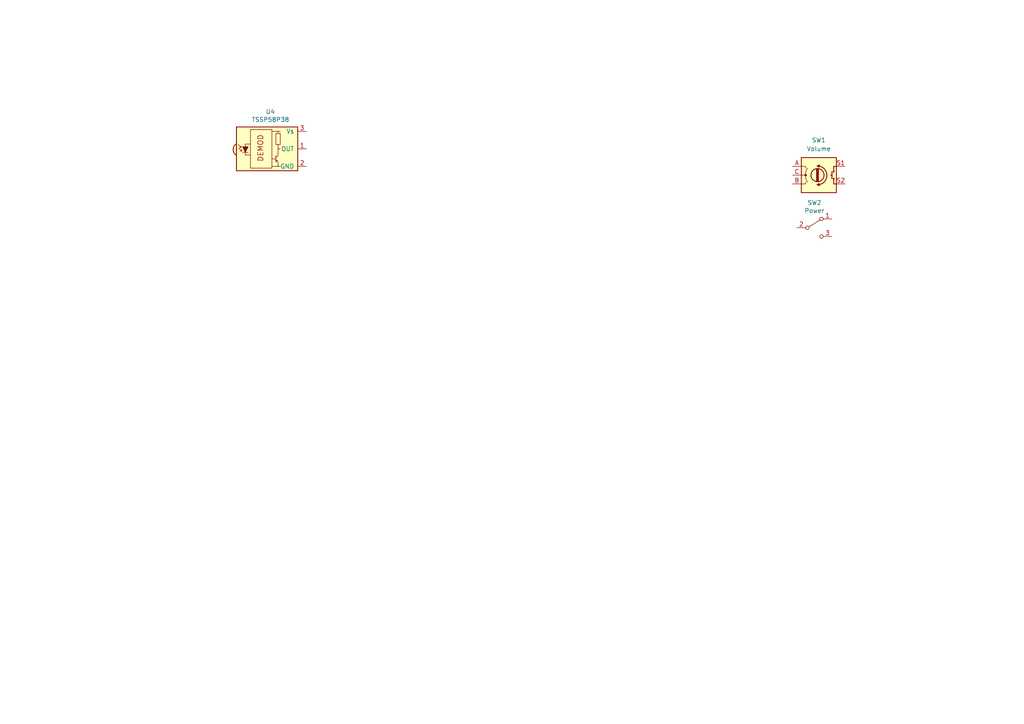
<source format=kicad_sch>
(kicad_sch (version 20201015) (generator eeschema)
  (page 1 7)
  (paper "A4")
  (lib_symbols
    (symbol "Device:RotaryEncoder_Switch" (pin_names (offset 0.254) hide)
      (property "Reference" "SW" (at 0 6.604 0))
      (property "Value" "RotaryEncoder_Switch" (at 0 -6.604 0))
      (symbol "RotaryEncoder_Switch_0_1"
        (arc (start -0.381 -2.794) (end -0.381 2.667) (radius (at -0.381 -0.0508) (length 2.7432) (angles -89.9 89.9)) (stroke (width 0.254)))
        (circle (center -3.81 0) (radius 0.254) (fill (type outline)))
        (circle (center -0.381 0) (radius 1.905) (stroke (width 0.254)))
        (circle (center 4.318 -1.016) (radius 0.127) (stroke (width 0.254)))
        (circle (center 4.318 1.016) (radius 0.127) (stroke (width 0.254)))
        (rectangle (start -5.08 5.08) (end 5.08 -5.08) (stroke (width 0.254)) (fill (type background)))
        (polyline (pts (xy -0.635 -1.778) (xy -0.635 1.778)) (stroke (width 0.254)))
        (polyline (pts (xy -0.381 -1.778) (xy -0.381 1.778)) (stroke (width 0.254)))
        (polyline (pts (xy -0.127 1.778) (xy -0.127 -1.778)) (stroke (width 0.254)))
        (polyline (pts (xy 3.81 0) (xy 3.429 0)) (stroke (width 0.254)))
        (polyline (pts (xy 3.81 1.016) (xy 3.81 -1.016)) (stroke (width 0.254)))
        (polyline (pts (xy -5.08 -2.54) (xy -3.81 -2.54) (xy -3.81 -2.032)))
        (polyline (pts (xy -5.08 2.54) (xy -3.81 2.54) (xy -3.81 2.032)))
        (polyline (pts (xy 0.254 -3.048) (xy -0.508 -2.794) (xy 0.127 -2.413)) (stroke (width 0.254)))
        (polyline (pts (xy 0.254 2.921) (xy -0.508 2.667) (xy 0.127 2.286)) (stroke (width 0.254)))
        (polyline (pts (xy 5.08 -2.54) (xy 4.318 -2.54) (xy 4.318 -1.016)) (stroke (width 0.254)))
        (polyline (pts (xy 5.08 2.54) (xy 4.318 2.54) (xy 4.318 1.016)) (stroke (width 0.254)))
        (polyline (pts (xy -5.08 0) (xy -3.81 0) (xy -3.81 -1.016) (xy -3.302 -2.032)))
        (polyline (pts (xy -4.318 0) (xy -3.81 0) (xy -3.81 1.016) (xy -3.302 2.032)))
      )
      (symbol "RotaryEncoder_Switch_1_1"
        (pin passive line (at -7.62 2.54 0) (length 2.54) (name "A") (number "A"))
        (pin passive line (at -7.62 -2.54 0) (length 2.54) (name "B") (number "B"))
        (pin passive line (at -7.62 0 0) (length 2.54) (name "C") (number "C"))
        (pin passive line (at 7.62 2.54 180) (length 2.54) (name "S1") (number "S1"))
        (pin passive line (at 7.62 -2.54 180) (length 2.54) (name "S2") (number "S2"))
      )
    )
    (symbol "Sensor_Proximity:TSSP58P38" (pin_names (offset 1.016))
      (property "Reference" "U" (at -10.16 7.62 0))
      (property "Value" "TSSP58P38" (at -10.16 -7.62 0))
      (symbol "TSSP58P38_0_0"
        (arc (start -10.287 1.397) (end -10.287 -1.778) (radius (at -9.144 -0.1778) (length 1.9558) (angles 126 -125.5)) (stroke (width 0.254)) (fill (type background)))
        (text "DEMOD" (at -3.175 0.254 900) (effects (font (size 1.524 1.524))))
        (polyline (pts (xy 1.905 -5.08) (xy 0.127 -5.08)))
        (polyline (pts (xy 1.905 5.08) (xy 0.127 5.08)))
      )
      (symbol "TSSP58P38_0_1"
        (rectangle (start -6.096 5.588) (end 0.127 -5.588))
        (rectangle (start 2.54 1.27) (end 1.27 4.445))
        (rectangle (start 7.62 6.35) (end -10.16 -6.35) (stroke (width 0.254)) (fill (type background)))
        (polyline (pts (xy -8.763 0.381) (xy -9.652 1.27)))
        (polyline (pts (xy -8.763 0.381) (xy -9.271 0.381)))
        (polyline (pts (xy -8.763 0.381) (xy -8.763 0.889)))
        (polyline (pts (xy -8.636 -0.635) (xy -9.525 0.254)))
        (polyline (pts (xy -8.636 -0.635) (xy -9.144 -0.635)))
        (polyline (pts (xy -8.636 -0.635) (xy -8.636 -0.127)))
        (polyline (pts (xy -8.382 -1.016) (xy -6.731 -1.016)))
        (polyline (pts (xy 1.27 -2.921) (xy 0.127 -2.921)))
        (polyline (pts (xy 1.27 -1.905) (xy 1.27 -3.81)))
        (polyline (pts (xy 1.397 -3.556) (xy 1.524 -3.556)))
        (polyline (pts (xy 1.651 -3.556) (xy 1.524 -3.556)))
        (polyline (pts (xy 1.651 -3.556) (xy 1.651 -3.302)))
        (polyline (pts (xy 1.905 0) (xy 1.905 1.27)))
        (polyline (pts (xy 1.905 4.445) (xy 1.905 5.08) (xy 2.54 5.08)))
        (polyline (pts (xy -8.382 0.635) (xy -6.731 0.635) (xy -7.62 -1.016) (xy -8.382 0.635)) (fill (type outline)))
        (polyline (pts (xy -6.096 1.397) (xy -7.62 1.397) (xy -7.62 -1.778) (xy -6.096 -1.778)))
        (polyline (pts (xy 1.27 -3.175) (xy 1.905 -3.81) (xy 1.905 -5.08) (xy 2.54 -5.08)))
        (polyline (pts (xy 1.27 -2.54) (xy 1.905 -1.905) (xy 1.905 0) (xy 2.54 0)))
      )
      (symbol "TSSP58P38_1_1"
        (pin output line (at 10.16 0 180) (length 2.54) (name "OUT") (number "1"))
        (pin power_in line (at 10.16 -5.08 180) (length 2.54) (name "GND") (number "2"))
        (pin power_in line (at 10.16 5.08 180) (length 2.54) (name "Vs") (number "3"))
      )
    )
    (symbol "Switch:SW_SPDT" (pin_names (offset 0) hide)
      (property "Reference" "SW" (at 0 4.318 0))
      (property "Value" "SW_SPDT" (at 0 -5.08 0))
      (symbol "SW_SPDT_0_0"
        (circle (center -2.032 0) (radius 0.508))
        (circle (center 2.032 -2.54) (radius 0.508))
      )
      (symbol "SW_SPDT_0_1"
        (circle (center 2.032 2.54) (radius 0.508))
        (polyline (pts (xy -1.524 0.254) (xy 1.651 2.286)))
      )
      (symbol "SW_SPDT_1_1"
        (pin passive line (at 5.08 2.54 180) (length 2.54) (name "A") (number "1"))
        (pin passive line (at -5.08 0 0) (length 2.54) (name "B") (number "2"))
        (pin passive line (at 5.08 -2.54 180) (length 2.54) (name "C") (number "3"))
      )
    )
  )
  (symbol (lib_id "Switch:SW_SPDT") (at 236.22 66.04 0) (unit 1)
    (property "Reference" "SW2" (at 236.22 58.801 0))
    (property "Value" "Power" (at 236.22 61.1124 0))
  )
  (symbol (lib_id "Device:RotaryEncoder_Switch") (at 237.49 50.8 0) (unit 1)
    (property "Reference" "SW1" (at 237.49 40.64 0))
    (property "Value" "Volume" (at 237.49 43.18 0))
  )
  (symbol (lib_id "Sensor_Proximity:TSSP58P38") (at 78.74 43.18 0) (unit 1)
    (property "Reference" "U4" (at 78.4352 32.385 0))
    (property "Value" "TSSP58P38" (at 78.4352 34.6964 0))
    (property "Footprint" "OptoDevice:Vishay_MINICAST-3Pin" (effects hide))
    (property "Datasheet" "http://www.vishay.com/docs/82462/tsop581.pdf" (effects hide))
  )
)
</source>
